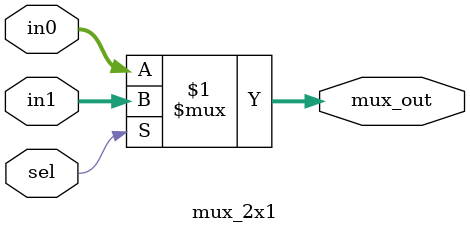
<source format=sv>
module mux_2x1 #(parameter data_width = 32)
   ( input logic [data_width - 1:0] in0, in1,
   input logic sel,
   output logic [data_width-1:0] mux_out

);

assign mux_out = sel ? in1 : in0 ; // if sel = 1 mux_out = in1, else mux_out = in0
    
endmodule

// mux_2x1 m1 (.in0(), .in1(), .sel(), .mux_out());
</source>
